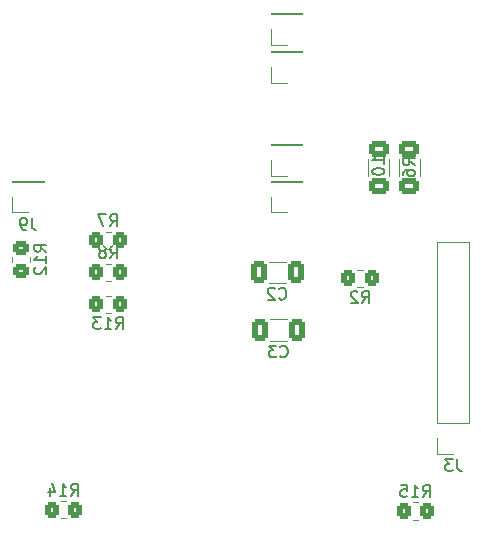
<source format=gbo>
%TF.GenerationSoftware,KiCad,Pcbnew,(6.0.6)*%
%TF.CreationDate,2022-10-28T21:49:34+08:00*%
%TF.ProjectId,KB_SmartWatch,4b425f53-6d61-4727-9457-617463682e6b,rev?*%
%TF.SameCoordinates,Original*%
%TF.FileFunction,Legend,Bot*%
%TF.FilePolarity,Positive*%
%FSLAX46Y46*%
G04 Gerber Fmt 4.6, Leading zero omitted, Abs format (unit mm)*
G04 Created by KiCad (PCBNEW (6.0.6)) date 2022-10-28 21:49:34*
%MOMM*%
%LPD*%
G01*
G04 APERTURE LIST*
G04 Aperture macros list*
%AMRoundRect*
0 Rectangle with rounded corners*
0 $1 Rounding radius*
0 $2 $3 $4 $5 $6 $7 $8 $9 X,Y pos of 4 corners*
0 Add a 4 corners polygon primitive as box body*
4,1,4,$2,$3,$4,$5,$6,$7,$8,$9,$2,$3,0*
0 Add four circle primitives for the rounded corners*
1,1,$1+$1,$2,$3*
1,1,$1+$1,$4,$5*
1,1,$1+$1,$6,$7*
1,1,$1+$1,$8,$9*
0 Add four rect primitives between the rounded corners*
20,1,$1+$1,$2,$3,$4,$5,0*
20,1,$1+$1,$4,$5,$6,$7,0*
20,1,$1+$1,$6,$7,$8,$9,0*
20,1,$1+$1,$8,$9,$2,$3,0*%
G04 Aperture macros list end*
%ADD10C,0.150000*%
%ADD11C,0.120000*%
%ADD12O,26.000000X4.600000*%
%ADD13RoundRect,0.250000X-0.450000X0.350000X-0.450000X-0.350000X0.450000X-0.350000X0.450000X0.350000X0*%
%ADD14R,1.700000X1.700000*%
%ADD15RoundRect,0.250000X0.350000X0.450000X-0.350000X0.450000X-0.350000X-0.450000X0.350000X-0.450000X0*%
%ADD16C,1.500000*%
%ADD17C,2.000000*%
%ADD18RoundRect,0.250000X-0.625000X0.400000X-0.625000X-0.400000X0.625000X-0.400000X0.625000X0.400000X0*%
%ADD19O,1.700000X1.700000*%
%ADD20RoundRect,0.250000X-0.350000X-0.450000X0.350000X-0.450000X0.350000X0.450000X-0.350000X0.450000X0*%
%ADD21RoundRect,0.250000X0.625000X-0.400000X0.625000X0.400000X-0.625000X0.400000X-0.625000X-0.400000X0*%
%ADD22RoundRect,0.250000X-0.412500X-0.650000X0.412500X-0.650000X0.412500X0.650000X-0.412500X0.650000X0*%
G04 APERTURE END LIST*
D10*
%TO.C,R12*%
X188952380Y-49857142D02*
X188476190Y-49523809D01*
X188952380Y-49285714D02*
X187952380Y-49285714D01*
X187952380Y-49666666D01*
X188000000Y-49761904D01*
X188047619Y-49809523D01*
X188142857Y-49857142D01*
X188285714Y-49857142D01*
X188380952Y-49809523D01*
X188428571Y-49761904D01*
X188476190Y-49666666D01*
X188476190Y-49285714D01*
X188952380Y-50809523D02*
X188952380Y-50238095D01*
X188952380Y-50523809D02*
X187952380Y-50523809D01*
X188095238Y-50428571D01*
X188190476Y-50333333D01*
X188238095Y-50238095D01*
X188047619Y-51190476D02*
X188000000Y-51238095D01*
X187952380Y-51333333D01*
X187952380Y-51571428D01*
X188000000Y-51666666D01*
X188047619Y-51714285D01*
X188142857Y-51761904D01*
X188238095Y-51761904D01*
X188380952Y-51714285D01*
X188952380Y-51142857D01*
X188952380Y-51761904D01*
%TO.C,J9*%
X187733333Y-46982380D02*
X187733333Y-47696666D01*
X187780952Y-47839523D01*
X187876190Y-47934761D01*
X188019047Y-47982380D01*
X188114285Y-47982380D01*
X187209523Y-47982380D02*
X187019047Y-47982380D01*
X186923809Y-47934761D01*
X186876190Y-47887142D01*
X186780952Y-47744285D01*
X186733333Y-47553809D01*
X186733333Y-47172857D01*
X186780952Y-47077619D01*
X186828571Y-47030000D01*
X186923809Y-46982380D01*
X187114285Y-46982380D01*
X187209523Y-47030000D01*
X187257142Y-47077619D01*
X187304761Y-47172857D01*
X187304761Y-47410952D01*
X187257142Y-47506190D01*
X187209523Y-47553809D01*
X187114285Y-47601428D01*
X186923809Y-47601428D01*
X186828571Y-47553809D01*
X186780952Y-47506190D01*
X186733333Y-47410952D01*
%TO.C,R15*%
X220842857Y-70602380D02*
X221176190Y-70126190D01*
X221414285Y-70602380D02*
X221414285Y-69602380D01*
X221033333Y-69602380D01*
X220938095Y-69650000D01*
X220890476Y-69697619D01*
X220842857Y-69792857D01*
X220842857Y-69935714D01*
X220890476Y-70030952D01*
X220938095Y-70078571D01*
X221033333Y-70126190D01*
X221414285Y-70126190D01*
X219890476Y-70602380D02*
X220461904Y-70602380D01*
X220176190Y-70602380D02*
X220176190Y-69602380D01*
X220271428Y-69745238D01*
X220366666Y-69840476D01*
X220461904Y-69888095D01*
X218985714Y-69602380D02*
X219461904Y-69602380D01*
X219509523Y-70078571D01*
X219461904Y-70030952D01*
X219366666Y-69983333D01*
X219128571Y-69983333D01*
X219033333Y-70030952D01*
X218985714Y-70078571D01*
X218938095Y-70173809D01*
X218938095Y-70411904D01*
X218985714Y-70507142D01*
X219033333Y-70554761D01*
X219128571Y-70602380D01*
X219366666Y-70602380D01*
X219461904Y-70554761D01*
X219509523Y-70507142D01*
%TO.C,R10*%
X217552380Y-41457142D02*
X217076190Y-41123809D01*
X217552380Y-40885714D02*
X216552380Y-40885714D01*
X216552380Y-41266666D01*
X216600000Y-41361904D01*
X216647619Y-41409523D01*
X216742857Y-41457142D01*
X216885714Y-41457142D01*
X216980952Y-41409523D01*
X217028571Y-41361904D01*
X217076190Y-41266666D01*
X217076190Y-40885714D01*
X217552380Y-42409523D02*
X217552380Y-41838095D01*
X217552380Y-42123809D02*
X216552380Y-42123809D01*
X216695238Y-42028571D01*
X216790476Y-41933333D01*
X216838095Y-41838095D01*
X216552380Y-43028571D02*
X216552380Y-43123809D01*
X216600000Y-43219047D01*
X216647619Y-43266666D01*
X216742857Y-43314285D01*
X216933333Y-43361904D01*
X217171428Y-43361904D01*
X217361904Y-43314285D01*
X217457142Y-43266666D01*
X217504761Y-43219047D01*
X217552380Y-43123809D01*
X217552380Y-43028571D01*
X217504761Y-42933333D01*
X217457142Y-42885714D01*
X217361904Y-42838095D01*
X217171428Y-42790476D01*
X216933333Y-42790476D01*
X216742857Y-42838095D01*
X216647619Y-42885714D01*
X216600000Y-42933333D01*
X216552380Y-43028571D01*
%TO.C,R14*%
X191042857Y-70502380D02*
X191376190Y-70026190D01*
X191614285Y-70502380D02*
X191614285Y-69502380D01*
X191233333Y-69502380D01*
X191138095Y-69550000D01*
X191090476Y-69597619D01*
X191042857Y-69692857D01*
X191042857Y-69835714D01*
X191090476Y-69930952D01*
X191138095Y-69978571D01*
X191233333Y-70026190D01*
X191614285Y-70026190D01*
X190090476Y-70502380D02*
X190661904Y-70502380D01*
X190376190Y-70502380D02*
X190376190Y-69502380D01*
X190471428Y-69645238D01*
X190566666Y-69740476D01*
X190661904Y-69788095D01*
X189233333Y-69835714D02*
X189233333Y-70502380D01*
X189471428Y-69454761D02*
X189709523Y-70169047D01*
X189090476Y-70169047D01*
%TO.C,R7*%
X194366666Y-47702380D02*
X194700000Y-47226190D01*
X194938095Y-47702380D02*
X194938095Y-46702380D01*
X194557142Y-46702380D01*
X194461904Y-46750000D01*
X194414285Y-46797619D01*
X194366666Y-46892857D01*
X194366666Y-47035714D01*
X194414285Y-47130952D01*
X194461904Y-47178571D01*
X194557142Y-47226190D01*
X194938095Y-47226190D01*
X194033333Y-46702380D02*
X193366666Y-46702380D01*
X193795238Y-47702380D01*
%TO.C,J3*%
X223733333Y-67422380D02*
X223733333Y-68136666D01*
X223780952Y-68279523D01*
X223876190Y-68374761D01*
X224019047Y-68422380D01*
X224114285Y-68422380D01*
X223352380Y-67422380D02*
X222733333Y-67422380D01*
X223066666Y-67803333D01*
X222923809Y-67803333D01*
X222828571Y-67850952D01*
X222780952Y-67898571D01*
X222733333Y-67993809D01*
X222733333Y-68231904D01*
X222780952Y-68327142D01*
X222828571Y-68374761D01*
X222923809Y-68422380D01*
X223209523Y-68422380D01*
X223304761Y-68374761D01*
X223352380Y-68327142D01*
%TO.C,R8*%
X194366666Y-50402380D02*
X194700000Y-49926190D01*
X194938095Y-50402380D02*
X194938095Y-49402380D01*
X194557142Y-49402380D01*
X194461904Y-49450000D01*
X194414285Y-49497619D01*
X194366666Y-49592857D01*
X194366666Y-49735714D01*
X194414285Y-49830952D01*
X194461904Y-49878571D01*
X194557142Y-49926190D01*
X194938095Y-49926190D01*
X193795238Y-49830952D02*
X193890476Y-49783333D01*
X193938095Y-49735714D01*
X193985714Y-49640476D01*
X193985714Y-49592857D01*
X193938095Y-49497619D01*
X193890476Y-49450000D01*
X193795238Y-49402380D01*
X193604761Y-49402380D01*
X193509523Y-49450000D01*
X193461904Y-49497619D01*
X193414285Y-49592857D01*
X193414285Y-49640476D01*
X193461904Y-49735714D01*
X193509523Y-49783333D01*
X193604761Y-49830952D01*
X193795238Y-49830952D01*
X193890476Y-49878571D01*
X193938095Y-49926190D01*
X193985714Y-50021428D01*
X193985714Y-50211904D01*
X193938095Y-50307142D01*
X193890476Y-50354761D01*
X193795238Y-50402380D01*
X193604761Y-50402380D01*
X193509523Y-50354761D01*
X193461904Y-50307142D01*
X193414285Y-50211904D01*
X193414285Y-50021428D01*
X193461904Y-49926190D01*
X193509523Y-49878571D01*
X193604761Y-49830952D01*
%TO.C,R13*%
X194842857Y-56402380D02*
X195176190Y-55926190D01*
X195414285Y-56402380D02*
X195414285Y-55402380D01*
X195033333Y-55402380D01*
X194938095Y-55450000D01*
X194890476Y-55497619D01*
X194842857Y-55592857D01*
X194842857Y-55735714D01*
X194890476Y-55830952D01*
X194938095Y-55878571D01*
X195033333Y-55926190D01*
X195414285Y-55926190D01*
X193890476Y-56402380D02*
X194461904Y-56402380D01*
X194176190Y-56402380D02*
X194176190Y-55402380D01*
X194271428Y-55545238D01*
X194366666Y-55640476D01*
X194461904Y-55688095D01*
X193557142Y-55402380D02*
X192938095Y-55402380D01*
X193271428Y-55783333D01*
X193128571Y-55783333D01*
X193033333Y-55830952D01*
X192985714Y-55878571D01*
X192938095Y-55973809D01*
X192938095Y-56211904D01*
X192985714Y-56307142D01*
X193033333Y-56354761D01*
X193128571Y-56402380D01*
X193414285Y-56402380D01*
X193509523Y-56354761D01*
X193557142Y-56307142D01*
%TO.C,R2*%
X215666666Y-54202380D02*
X216000000Y-53726190D01*
X216238095Y-54202380D02*
X216238095Y-53202380D01*
X215857142Y-53202380D01*
X215761904Y-53250000D01*
X215714285Y-53297619D01*
X215666666Y-53392857D01*
X215666666Y-53535714D01*
X215714285Y-53630952D01*
X215761904Y-53678571D01*
X215857142Y-53726190D01*
X216238095Y-53726190D01*
X215285714Y-53297619D02*
X215238095Y-53250000D01*
X215142857Y-53202380D01*
X214904761Y-53202380D01*
X214809523Y-53250000D01*
X214761904Y-53297619D01*
X214714285Y-53392857D01*
X214714285Y-53488095D01*
X214761904Y-53630952D01*
X215333333Y-54202380D01*
X214714285Y-54202380D01*
%TO.C,R6*%
X220152380Y-42533333D02*
X219676190Y-42200000D01*
X220152380Y-41961904D02*
X219152380Y-41961904D01*
X219152380Y-42342857D01*
X219200000Y-42438095D01*
X219247619Y-42485714D01*
X219342857Y-42533333D01*
X219485714Y-42533333D01*
X219580952Y-42485714D01*
X219628571Y-42438095D01*
X219676190Y-42342857D01*
X219676190Y-41961904D01*
X219152380Y-43390476D02*
X219152380Y-43200000D01*
X219200000Y-43104761D01*
X219247619Y-43057142D01*
X219390476Y-42961904D01*
X219580952Y-42914285D01*
X219961904Y-42914285D01*
X220057142Y-42961904D01*
X220104761Y-43009523D01*
X220152380Y-43104761D01*
X220152380Y-43295238D01*
X220104761Y-43390476D01*
X220057142Y-43438095D01*
X219961904Y-43485714D01*
X219723809Y-43485714D01*
X219628571Y-43438095D01*
X219580952Y-43390476D01*
X219533333Y-43295238D01*
X219533333Y-43104761D01*
X219580952Y-43009523D01*
X219628571Y-42961904D01*
X219723809Y-42914285D01*
%TO.C,C2*%
X208666666Y-53807142D02*
X208714285Y-53854761D01*
X208857142Y-53902380D01*
X208952380Y-53902380D01*
X209095238Y-53854761D01*
X209190476Y-53759523D01*
X209238095Y-53664285D01*
X209285714Y-53473809D01*
X209285714Y-53330952D01*
X209238095Y-53140476D01*
X209190476Y-53045238D01*
X209095238Y-52950000D01*
X208952380Y-52902380D01*
X208857142Y-52902380D01*
X208714285Y-52950000D01*
X208666666Y-52997619D01*
X208285714Y-52997619D02*
X208238095Y-52950000D01*
X208142857Y-52902380D01*
X207904761Y-52902380D01*
X207809523Y-52950000D01*
X207761904Y-52997619D01*
X207714285Y-53092857D01*
X207714285Y-53188095D01*
X207761904Y-53330952D01*
X208333333Y-53902380D01*
X207714285Y-53902380D01*
%TO.C,C3*%
X208766666Y-58707142D02*
X208814285Y-58754761D01*
X208957142Y-58802380D01*
X209052380Y-58802380D01*
X209195238Y-58754761D01*
X209290476Y-58659523D01*
X209338095Y-58564285D01*
X209385714Y-58373809D01*
X209385714Y-58230952D01*
X209338095Y-58040476D01*
X209290476Y-57945238D01*
X209195238Y-57850000D01*
X209052380Y-57802380D01*
X208957142Y-57802380D01*
X208814285Y-57850000D01*
X208766666Y-57897619D01*
X208433333Y-57802380D02*
X207814285Y-57802380D01*
X208147619Y-58183333D01*
X208004761Y-58183333D01*
X207909523Y-58230952D01*
X207861904Y-58278571D01*
X207814285Y-58373809D01*
X207814285Y-58611904D01*
X207861904Y-58707142D01*
X207909523Y-58754761D01*
X208004761Y-58802380D01*
X208290476Y-58802380D01*
X208385714Y-58754761D01*
X208433333Y-58707142D01*
D11*
%TO.C,R12*%
X186065000Y-50272936D02*
X186065000Y-50727064D01*
X187535000Y-50272936D02*
X187535000Y-50727064D01*
%TO.C,J9*%
X186070000Y-46530000D02*
X187400000Y-46530000D01*
X186070000Y-43930000D02*
X188730000Y-43930000D01*
X186070000Y-43870000D02*
X188730000Y-43870000D01*
X188730000Y-43930000D02*
X188730000Y-43870000D01*
X186070000Y-43930000D02*
X186070000Y-43870000D01*
X186070000Y-45200000D02*
X186070000Y-46530000D01*
%TO.C,J6*%
X207970000Y-40830000D02*
X210630000Y-40830000D01*
X207970000Y-43430000D02*
X209300000Y-43430000D01*
X210630000Y-40830000D02*
X210630000Y-40770000D01*
X207970000Y-40830000D02*
X207970000Y-40770000D01*
X207970000Y-40770000D02*
X210630000Y-40770000D01*
X207970000Y-42100000D02*
X207970000Y-43430000D01*
%TO.C,R15*%
X220427064Y-72535000D02*
X219972936Y-72535000D01*
X220427064Y-71065000D02*
X219972936Y-71065000D01*
%TO.C,R10*%
X218790000Y-41972936D02*
X218790000Y-43427064D01*
X220610000Y-41972936D02*
X220610000Y-43427064D01*
%TO.C,R14*%
X190627064Y-70965000D02*
X190172936Y-70965000D01*
X190627064Y-72435000D02*
X190172936Y-72435000D01*
%TO.C,R7*%
X194427064Y-48165000D02*
X193972936Y-48165000D01*
X194427064Y-49635000D02*
X193972936Y-49635000D01*
%TO.C,J3*%
X224730000Y-64370000D02*
X224730000Y-49070000D01*
X222070000Y-64370000D02*
X224730000Y-64370000D01*
X222070000Y-49070000D02*
X224730000Y-49070000D01*
X222070000Y-64370000D02*
X222070000Y-49070000D01*
X222070000Y-65640000D02*
X222070000Y-66970000D01*
X222070000Y-66970000D02*
X223400000Y-66970000D01*
%TO.C,J7*%
X207970000Y-34200000D02*
X207970000Y-35530000D01*
X207970000Y-32930000D02*
X207970000Y-32870000D01*
X207970000Y-32870000D02*
X210630000Y-32870000D01*
X207970000Y-32930000D02*
X210630000Y-32930000D01*
X210630000Y-32930000D02*
X210630000Y-32870000D01*
X207970000Y-35530000D02*
X209300000Y-35530000D01*
%TO.C,J5*%
X207970000Y-43930000D02*
X207970000Y-43870000D01*
X207970000Y-45200000D02*
X207970000Y-46530000D01*
X210630000Y-43930000D02*
X210630000Y-43870000D01*
X207970000Y-43870000D02*
X210630000Y-43870000D01*
X207970000Y-43930000D02*
X210630000Y-43930000D01*
X207970000Y-46530000D02*
X209300000Y-46530000D01*
%TO.C,R8*%
X194427064Y-52335000D02*
X193972936Y-52335000D01*
X194427064Y-50865000D02*
X193972936Y-50865000D01*
%TO.C,J8*%
X207970000Y-31000000D02*
X207970000Y-32330000D01*
X210630000Y-29730000D02*
X210630000Y-29670000D01*
X207970000Y-29670000D02*
X210630000Y-29670000D01*
X207970000Y-32330000D02*
X209300000Y-32330000D01*
X207970000Y-29730000D02*
X210630000Y-29730000D01*
X207970000Y-29730000D02*
X207970000Y-29670000D01*
%TO.C,R13*%
X193972936Y-55035000D02*
X194427064Y-55035000D01*
X193972936Y-53565000D02*
X194427064Y-53565000D01*
%TO.C,R2*%
X215272936Y-52835000D02*
X215727064Y-52835000D01*
X215272936Y-51365000D02*
X215727064Y-51365000D01*
%TO.C,R6*%
X216190000Y-43427064D02*
X216190000Y-41972936D01*
X218010000Y-43427064D02*
X218010000Y-41972936D01*
%TO.C,C2*%
X207788748Y-50690000D02*
X209211252Y-50690000D01*
X207788748Y-52510000D02*
X209211252Y-52510000D01*
%TO.C,C3*%
X207888748Y-55590000D02*
X209311252Y-55590000D01*
X207888748Y-57410000D02*
X209311252Y-57410000D01*
%TD*%
%LPC*%
D12*
%TO.C,REF\u002A\u002A*%
X205600000Y-24700000D03*
%TD*%
%TO.C,REF\u002A\u002A*%
X205600000Y-80400000D03*
%TD*%
D13*
%TO.C,R12*%
X186800000Y-49500000D03*
X186800000Y-51500000D03*
%TD*%
D14*
%TO.C,J9*%
X187400000Y-45200000D03*
%TD*%
%TO.C,J6*%
X209300000Y-42100000D03*
%TD*%
D15*
%TO.C,R15*%
X221200000Y-71800000D03*
X219200000Y-71800000D03*
%TD*%
D16*
%TO.C,Y1*%
X204800000Y-56550000D03*
X204800000Y-51650000D03*
%TD*%
D17*
%TO.C,SW2*%
X217150000Y-69450000D03*
X223650000Y-69450000D03*
X217150000Y-73950000D03*
X223650000Y-73950000D03*
%TD*%
D18*
%TO.C,R10*%
X219700000Y-41150000D03*
X219700000Y-44250000D03*
%TD*%
D19*
%TO.C,J4*%
X206620000Y-36300000D03*
X204080000Y-36300000D03*
X201540000Y-36300000D03*
D14*
X199000000Y-36300000D03*
%TD*%
D15*
%TO.C,R14*%
X191400000Y-71700000D03*
X189400000Y-71700000D03*
%TD*%
%TO.C,R7*%
X195200000Y-48900000D03*
X193200000Y-48900000D03*
%TD*%
D14*
%TO.C,J3*%
X223400000Y-65640000D03*
D19*
X223400000Y-63100000D03*
X223400000Y-60560000D03*
X223400000Y-58020000D03*
X223400000Y-55480000D03*
X223400000Y-52940000D03*
X223400000Y-50400000D03*
%TD*%
D14*
%TO.C,J7*%
X209300000Y-34200000D03*
%TD*%
%TO.C,J5*%
X209300000Y-45200000D03*
%TD*%
D17*
%TO.C,SW1*%
X187150000Y-69450000D03*
X193650000Y-69450000D03*
X187150000Y-73950000D03*
X193650000Y-73950000D03*
%TD*%
D15*
%TO.C,R8*%
X195200000Y-51600000D03*
X193200000Y-51600000D03*
%TD*%
D14*
%TO.C,J1*%
X223600000Y-30950000D03*
D19*
X223600000Y-33490000D03*
X223600000Y-36030000D03*
X223600000Y-38570000D03*
X223600000Y-41110000D03*
X223600000Y-43650000D03*
%TD*%
D14*
%TO.C,J8*%
X209300000Y-31000000D03*
%TD*%
D20*
%TO.C,R13*%
X193200000Y-54300000D03*
X195200000Y-54300000D03*
%TD*%
D19*
%TO.C,J2*%
X206620000Y-41300000D03*
X204080000Y-41300000D03*
X201540000Y-41300000D03*
D14*
X199000000Y-41300000D03*
%TD*%
D20*
%TO.C,R2*%
X214500000Y-52100000D03*
X216500000Y-52100000D03*
%TD*%
D21*
%TO.C,R6*%
X217100000Y-44250000D03*
X217100000Y-41150000D03*
%TD*%
D22*
%TO.C,C2*%
X206937500Y-51600000D03*
X210062500Y-51600000D03*
%TD*%
%TO.C,C3*%
X207037500Y-56500000D03*
X210162500Y-56500000D03*
%TD*%
M02*

</source>
